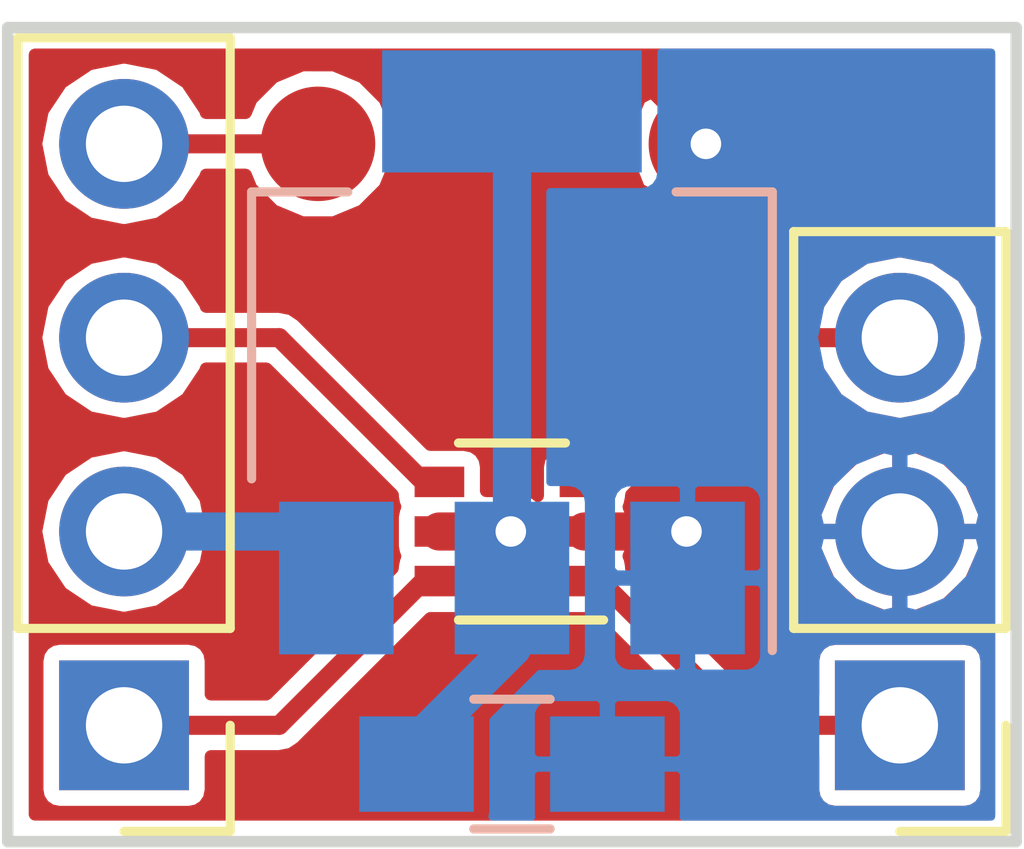
<source format=kicad_pcb>
(kicad_pcb (version 4) (host pcbnew 4.0.4-stable)

  (general
    (links 13)
    (no_connects 5)
    (area 121.966667 90.615 142.193334 105.065)
    (thickness 1.6)
    (drawings 4)
    (tracks 25)
    (zones 0)
    (modules 7)
    (nets 9)
  )

  (page A4)
  (layers
    (0 F.Cu signal)
    (31 B.Cu signal)
    (32 B.Adhes user)
    (33 F.Adhes user)
    (34 B.Paste user)
    (35 F.Paste user)
    (36 B.SilkS user)
    (37 F.SilkS user)
    (38 B.Mask user)
    (39 F.Mask user)
    (40 Dwgs.User user)
    (41 Cmts.User user)
    (42 Eco1.User user)
    (43 Eco2.User user)
    (44 Edge.Cuts user)
    (45 Margin user)
    (46 B.CrtYd user)
    (47 F.CrtYd user)
    (48 B.Fab user)
    (49 F.Fab user)
  )

  (setup
    (last_trace_width 0.5)
    (user_trace_width 0.5)
    (user_trace_width 0.8)
    (user_trace_width 1)
    (trace_clearance 0.2)
    (zone_clearance 0.2)
    (zone_45_only no)
    (trace_min 0.2)
    (segment_width 0.2)
    (edge_width 0.15)
    (via_size 0.6)
    (via_drill 0.4)
    (via_min_size 0.4)
    (via_min_drill 0.3)
    (uvia_size 0.3)
    (uvia_drill 0.1)
    (uvias_allowed no)
    (uvia_min_size 0.2)
    (uvia_min_drill 0.1)
    (pcb_text_width 0.3)
    (pcb_text_size 1.5 1.5)
    (mod_edge_width 0.15)
    (mod_text_size 1 1)
    (mod_text_width 0.15)
    (pad_size 1.6 3.4)
    (pad_drill 0)
    (pad_to_mask_clearance 0.2)
    (aux_axis_origin 0 0)
    (visible_elements 7FFFFF7F)
    (pcbplotparams
      (layerselection 0x00030_80000001)
      (usegerberextensions false)
      (excludeedgelayer true)
      (linewidth 0.200000)
      (plotframeref false)
      (viasonmask false)
      (mode 1)
      (useauxorigin false)
      (hpglpennumber 1)
      (hpglpenspeed 20)
      (hpglpendiameter 15)
      (hpglpenoverlay 2)
      (psnegative false)
      (psa4output false)
      (plotreference true)
      (plotvalue true)
      (plotinvisibletext false)
      (padsonsilk false)
      (subtractmaskfromsilk false)
      (outputformat 1)
      (mirror false)
      (drillshape 1)
      (scaleselection 1)
      (outputdirectory ""))
  )

  (net 0 "")
  (net 1 VDD)
  (net 2 GND)
  (net 3 "Net-(P1-Pad1)")
  (net 4 "Net-(P1-Pad3)")
  (net 5 "Net-(P2-Pad1)")
  (net 6 "Net-(P2-Pad3)")
  (net 7 "Net-(P2-Pad4)")
  (net 8 VCC)

  (net_class Default "This is the default net class."
    (clearance 0.2)
    (trace_width 0.25)
    (via_dia 0.6)
    (via_drill 0.4)
    (uvia_dia 0.3)
    (uvia_drill 0.1)
    (add_net GND)
    (add_net "Net-(P1-Pad1)")
    (add_net "Net-(P1-Pad3)")
    (add_net "Net-(P2-Pad1)")
    (add_net "Net-(P2-Pad3)")
    (add_net "Net-(P2-Pad4)")
    (add_net VCC)
    (add_net VDD)
  )

  (module Capacitors_SMD:C_0805_HandSoldering (layer B.Cu) (tedit 58BC8885) (tstamp 58BC87BD)
    (at 132.08 102.108)
    (descr "Capacitor SMD 0805, hand soldering")
    (tags "capacitor 0805")
    (path /58BC827C)
    (attr smd)
    (fp_text reference C1 (at 0 1.75) (layer B.SilkS) hide
      (effects (font (size 1 1) (thickness 0.15)) (justify mirror))
    )
    (fp_text value C_Small (at 0 -1.75) (layer B.Fab) hide
      (effects (font (size 1 1) (thickness 0.15)) (justify mirror))
    )
    (fp_text user %R (at 0 1.75) (layer B.Fab) hide
      (effects (font (size 1 1) (thickness 0.15)) (justify mirror))
    )
    (fp_line (start -1 -0.62) (end -1 0.62) (layer B.Fab) (width 0.1))
    (fp_line (start 1 -0.62) (end -1 -0.62) (layer B.Fab) (width 0.1))
    (fp_line (start 1 0.62) (end 1 -0.62) (layer B.Fab) (width 0.1))
    (fp_line (start -1 0.62) (end 1 0.62) (layer B.Fab) (width 0.1))
    (fp_line (start 0.5 0.85) (end -0.5 0.85) (layer B.SilkS) (width 0.12))
    (fp_line (start -0.5 -0.85) (end 0.5 -0.85) (layer B.SilkS) (width 0.12))
    (fp_line (start -2.25 0.88) (end 2.25 0.88) (layer B.CrtYd) (width 0.05))
    (fp_line (start -2.25 0.88) (end -2.25 -0.87) (layer B.CrtYd) (width 0.05))
    (fp_line (start 2.25 -0.87) (end 2.25 0.88) (layer B.CrtYd) (width 0.05))
    (fp_line (start 2.25 -0.87) (end -2.25 -0.87) (layer B.CrtYd) (width 0.05))
    (pad 1 smd rect (at -1.25 0) (size 1.5 1.25) (layers B.Cu B.Paste B.Mask)
      (net 1 VDD))
    (pad 2 smd rect (at 1.25 0) (size 1.5 1.25) (layers B.Cu B.Paste B.Mask)
      (net 2 GND))
    (model Capacitors_SMD.3dshapes/C_0805.wrl
      (at (xyz 0 0 0))
      (scale (xyz 1 1 1))
      (rotate (xyz 0 0 0))
    )
  )

  (module Pin_Headers:Pin_Header_Straight_1x03_Pitch2.54mm (layer F.Cu) (tedit 58BC885D) (tstamp 58BC87C4)
    (at 137.16 101.6 180)
    (descr "Through hole straight pin header, 1x03, 2.54mm pitch, single row")
    (tags "Through hole pin header THT 1x03 2.54mm single row")
    (path /58BC7FB8)
    (fp_text reference P1 (at 0 -2.39 180) (layer F.SilkS) hide
      (effects (font (size 1 1) (thickness 0.15)))
    )
    (fp_text value CONN_01X03 (at 0 7.47 180) (layer F.Fab) hide
      (effects (font (size 1 1) (thickness 0.15)))
    )
    (fp_line (start -1.27 -1.27) (end -1.27 6.35) (layer F.Fab) (width 0.1))
    (fp_line (start -1.27 6.35) (end 1.27 6.35) (layer F.Fab) (width 0.1))
    (fp_line (start 1.27 6.35) (end 1.27 -1.27) (layer F.Fab) (width 0.1))
    (fp_line (start 1.27 -1.27) (end -1.27 -1.27) (layer F.Fab) (width 0.1))
    (fp_line (start -1.39 1.27) (end -1.39 6.47) (layer F.SilkS) (width 0.12))
    (fp_line (start -1.39 6.47) (end 1.39 6.47) (layer F.SilkS) (width 0.12))
    (fp_line (start 1.39 6.47) (end 1.39 1.27) (layer F.SilkS) (width 0.12))
    (fp_line (start 1.39 1.27) (end -1.39 1.27) (layer F.SilkS) (width 0.12))
    (fp_line (start -1.39 0) (end -1.39 -1.39) (layer F.SilkS) (width 0.12))
    (fp_line (start -1.39 -1.39) (end 0 -1.39) (layer F.SilkS) (width 0.12))
    (fp_line (start -1.6 -1.6) (end -1.6 6.6) (layer F.CrtYd) (width 0.05))
    (fp_line (start -1.6 6.6) (end 1.6 6.6) (layer F.CrtYd) (width 0.05))
    (fp_line (start 1.6 6.6) (end 1.6 -1.6) (layer F.CrtYd) (width 0.05))
    (fp_line (start 1.6 -1.6) (end -1.6 -1.6) (layer F.CrtYd) (width 0.05))
    (pad 1 thru_hole rect (at 0 0 180) (size 1.7 1.7) (drill 1) (layers *.Cu *.Mask)
      (net 3 "Net-(P1-Pad1)"))
    (pad 2 thru_hole oval (at 0 2.54 180) (size 1.7 1.7) (drill 1) (layers *.Cu *.Mask)
      (net 2 GND))
    (pad 3 thru_hole oval (at 0 5.08 180) (size 1.7 1.7) (drill 1) (layers *.Cu *.Mask)
      (net 4 "Net-(P1-Pad3)"))
    (model Pin_Headers.3dshapes/Pin_Header_Straight_1x03_Pitch2.54mm.wrl
      (at (xyz 0 -0.1 0))
      (scale (xyz 1 1 1))
      (rotate (xyz 0 0 90))
    )
  )

  (module Pin_Headers:Pin_Header_Straight_1x04_Pitch2.54mm (layer F.Cu) (tedit 58BC886D) (tstamp 58BC87CC)
    (at 127 101.6 180)
    (descr "Through hole straight pin header, 1x04, 2.54mm pitch, single row")
    (tags "Through hole pin header THT 1x04 2.54mm single row")
    (path /58BC80B3)
    (fp_text reference P2 (at 0 -2.39 180) (layer F.SilkS) hide
      (effects (font (size 1 1) (thickness 0.15)))
    )
    (fp_text value CONN_01X04 (at 0 10.01 180) (layer F.Fab) hide
      (effects (font (size 1 1) (thickness 0.15)))
    )
    (fp_line (start -1.27 -1.27) (end -1.27 8.89) (layer F.Fab) (width 0.1))
    (fp_line (start -1.27 8.89) (end 1.27 8.89) (layer F.Fab) (width 0.1))
    (fp_line (start 1.27 8.89) (end 1.27 -1.27) (layer F.Fab) (width 0.1))
    (fp_line (start 1.27 -1.27) (end -1.27 -1.27) (layer F.Fab) (width 0.1))
    (fp_line (start -1.39 1.27) (end -1.39 9.01) (layer F.SilkS) (width 0.12))
    (fp_line (start -1.39 9.01) (end 1.39 9.01) (layer F.SilkS) (width 0.12))
    (fp_line (start 1.39 9.01) (end 1.39 1.27) (layer F.SilkS) (width 0.12))
    (fp_line (start 1.39 1.27) (end -1.39 1.27) (layer F.SilkS) (width 0.12))
    (fp_line (start -1.39 0) (end -1.39 -1.39) (layer F.SilkS) (width 0.12))
    (fp_line (start -1.39 -1.39) (end 0 -1.39) (layer F.SilkS) (width 0.12))
    (fp_line (start -1.6 -1.6) (end -1.6 9.2) (layer F.CrtYd) (width 0.05))
    (fp_line (start -1.6 9.2) (end 1.6 9.2) (layer F.CrtYd) (width 0.05))
    (fp_line (start 1.6 9.2) (end 1.6 -1.6) (layer F.CrtYd) (width 0.05))
    (fp_line (start 1.6 -1.6) (end -1.6 -1.6) (layer F.CrtYd) (width 0.05))
    (pad 1 thru_hole rect (at 0 0 180) (size 1.7 1.7) (drill 1) (layers *.Cu *.Mask)
      (net 5 "Net-(P2-Pad1)"))
    (pad 2 thru_hole oval (at 0 2.54 180) (size 1.7 1.7) (drill 1) (layers *.Cu *.Mask)
      (net 8 VCC))
    (pad 3 thru_hole oval (at 0 5.08 180) (size 1.7 1.7) (drill 1) (layers *.Cu *.Mask)
      (net 6 "Net-(P2-Pad3)"))
    (pad 4 thru_hole oval (at 0 7.62 180) (size 1.7 1.7) (drill 1) (layers *.Cu *.Mask)
      (net 7 "Net-(P2-Pad4)"))
    (model Pin_Headers.3dshapes/Pin_Header_Straight_1x04_Pitch2.54mm.wrl
      (at (xyz 0 -0.15 0))
      (scale (xyz 1 1 1))
      (rotate (xyz 0 0 90))
    )
  )

  (module TO_SOT_Packages_SMD:SOT-223 (layer B.Cu) (tedit 58BC8B9A) (tstamp 58BC87D4)
    (at 132.08 96.52 90)
    (descr "module CMS SOT223 4 pins")
    (tags "CMS SOT")
    (path /58BC819D)
    (attr smd)
    (fp_text reference U1 (at 0 4.5 90) (layer B.SilkS) hide
      (effects (font (size 1 1) (thickness 0.15)) (justify mirror))
    )
    (fp_text value LM1117-2.5 (at 0 -4.5 90) (layer B.Fab) hide
      (effects (font (size 1 1) (thickness 0.15)) (justify mirror))
    )
    (fp_line (start -1.85 2.3) (end -0.8 3.35) (layer B.Fab) (width 0.1))
    (fp_line (start 1.91 -3.41) (end 1.91 -2.15) (layer B.SilkS) (width 0.12))
    (fp_line (start 1.91 3.41) (end 1.91 2.15) (layer B.SilkS) (width 0.12))
    (fp_line (start 4.4 3.6) (end -4.4 3.6) (layer B.CrtYd) (width 0.05))
    (fp_line (start 4.4 -3.6) (end 4.4 3.6) (layer B.CrtYd) (width 0.05))
    (fp_line (start -4.4 -3.6) (end 4.4 -3.6) (layer B.CrtYd) (width 0.05))
    (fp_line (start -4.4 3.6) (end -4.4 -3.6) (layer B.CrtYd) (width 0.05))
    (fp_line (start -1.85 2.3) (end -1.85 -3.35) (layer B.Fab) (width 0.1))
    (fp_line (start -1.85 -3.41) (end 1.91 -3.41) (layer B.SilkS) (width 0.12))
    (fp_line (start -0.8 3.35) (end 1.85 3.35) (layer B.Fab) (width 0.1))
    (fp_line (start -4.1 3.41) (end 1.91 3.41) (layer B.SilkS) (width 0.12))
    (fp_line (start -1.85 -3.35) (end 1.85 -3.35) (layer B.Fab) (width 0.1))
    (fp_line (start 1.85 3.35) (end 1.85 -3.35) (layer B.Fab) (width 0.1))
    (pad 4 smd rect (at 2.965 0 90) (size 1.6 3.4) (layers B.Cu B.Paste B.Mask)
      (net 1 VDD))
    (pad 2 smd rect (at -3.15 0 90) (size 2 1.5) (layers B.Cu B.Paste B.Mask)
      (net 1 VDD))
    (pad 3 smd rect (at -3.15 -2.3 90) (size 2 1.5) (layers B.Cu B.Paste B.Mask)
      (net 8 VCC))
    (pad 1 smd rect (at -3.15 2.3 90) (size 2 1.5) (layers B.Cu B.Paste B.Mask)
      (net 2 GND))
    (model TO_SOT_Packages_SMD.3dshapes/SOT-223.wrl
      (at (xyz 0 0 0))
      (scale (xyz 0.4 0.4 0.4))
      (rotate (xyz 0 0 90))
    )
  )

  (module TO_SOT_Packages_SMD:SOT-363_SC-70-6 (layer F.Cu) (tedit 58BC8867) (tstamp 58BC87DE)
    (at 132.08 99.06 180)
    (descr "SOT-363, SC-70-6")
    (path /58BC7ED5)
    (attr smd)
    (fp_text reference U2 (at 0 -2 180) (layer F.SilkS) hide
      (effects (font (size 1 1) (thickness 0.15)))
    )
    (fp_text value NC7WZ16 (at 0 2 180) (layer F.Fab) hide
      (effects (font (size 1 1) (thickness 0.15)))
    )
    (fp_line (start 0.7 -1.16) (end -1.2 -1.16) (layer F.SilkS) (width 0.12))
    (fp_line (start -0.7 1.16) (end 0.7 1.16) (layer F.SilkS) (width 0.12))
    (fp_line (start 1.6 1.4) (end 1.6 -1.4) (layer F.CrtYd) (width 0.05))
    (fp_line (start -1.6 -1.4) (end -1.6 1.4) (layer F.CrtYd) (width 0.05))
    (fp_line (start -1.6 -1.4) (end 1.6 -1.4) (layer F.CrtYd) (width 0.05))
    (fp_line (start 0.675 -1.1) (end -0.175 -1.1) (layer F.Fab) (width 0.1))
    (fp_line (start -0.675 -0.6) (end -0.675 1.1) (layer F.Fab) (width 0.1))
    (fp_line (start -1.6 1.4) (end 1.6 1.4) (layer F.CrtYd) (width 0.05))
    (fp_line (start 0.675 -1.1) (end 0.675 1.1) (layer F.Fab) (width 0.1))
    (fp_line (start 0.675 1.1) (end -0.675 1.1) (layer F.Fab) (width 0.1))
    (fp_line (start -0.175 -1.1) (end -0.675 -0.6) (layer F.Fab) (width 0.1))
    (pad 1 smd rect (at -0.95 -0.65 180) (size 0.65 0.4) (layers F.Cu F.Paste F.Mask)
      (net 3 "Net-(P1-Pad1)"))
    (pad 3 smd rect (at -0.95 0.65 180) (size 0.65 0.4) (layers F.Cu F.Paste F.Mask)
      (net 4 "Net-(P1-Pad3)"))
    (pad 5 smd rect (at 0.95 0 180) (size 0.65 0.4) (layers F.Cu F.Paste F.Mask)
      (net 1 VDD))
    (pad 2 smd rect (at -0.95 0 180) (size 0.65 0.4) (layers F.Cu F.Paste F.Mask)
      (net 2 GND))
    (pad 4 smd rect (at 0.95 0.65 180) (size 0.65 0.4) (layers F.Cu F.Paste F.Mask)
      (net 6 "Net-(P2-Pad3)"))
    (pad 6 smd rect (at 0.95 -0.65 180) (size 0.65 0.4) (layers F.Cu F.Paste F.Mask)
      (net 5 "Net-(P2-Pad1)"))
  )

  (module Measurement_Points:Measurement_Point_Round-SMD-Pad_Small (layer F.Cu) (tedit 58BC8870) (tstamp 58BC87E3)
    (at 129.54 93.98)
    (descr "Mesurement Point, Round, SMD Pad, DM 1.5mm,")
    (tags "Mesurement Point Round SMD Pad 1.5mm")
    (path /58BC8821)
    (attr virtual)
    (fp_text reference W1 (at 0 -2) (layer F.SilkS) hide
      (effects (font (size 1 1) (thickness 0.15)))
    )
    (fp_text value MIC (at 2.54 0) (layer F.Fab)
      (effects (font (size 1 1) (thickness 0.15)))
    )
    (fp_circle (center 0 0) (end 1 0) (layer F.CrtYd) (width 0.05))
    (pad 1 smd circle (at 0 0) (size 1.5 1.5) (layers F.Cu F.Mask)
      (net 7 "Net-(P2-Pad4)"))
  )

  (module Measurement_Points:Measurement_Point_Round-SMD-Pad_Small (layer F.Cu) (tedit 58BC887A) (tstamp 58BC87E8)
    (at 134.62 93.98)
    (descr "Mesurement Point, Round, SMD Pad, DM 1.5mm,")
    (tags "Mesurement Point Round SMD Pad 1.5mm")
    (path /58BC8914)
    (attr virtual)
    (fp_text reference W2 (at 0 -2) (layer F.SilkS) hide
      (effects (font (size 1 1) (thickness 0.15)))
    )
    (fp_text value GND (at 2.54 0) (layer F.Fab)
      (effects (font (size 1 1) (thickness 0.15)))
    )
    (fp_circle (center 0 0) (end 1 0) (layer F.CrtYd) (width 0.05))
    (pad 1 smd circle (at 0 0) (size 1.5 1.5) (layers F.Cu F.Mask)
      (net 2 GND))
  )

  (gr_line (start 125.476 103.124) (end 125.476 92.456) (layer Edge.Cuts) (width 0.15))
  (gr_line (start 138.684 103.124) (end 125.476 103.124) (layer Edge.Cuts) (width 0.15))
  (gr_line (start 138.684 92.456) (end 138.684 103.124) (layer Edge.Cuts) (width 0.15))
  (gr_line (start 125.476 92.456) (end 138.684 92.456) (layer Edge.Cuts) (width 0.15))

  (via (at 132.065 99.06) (size 0.6) (drill 0.4) (layers F.Cu B.Cu) (net 1))
  (segment (start 131.13 99.06) (end 132.065 99.06) (width 0.5) (layer F.Cu) (net 1))
  (segment (start 132.08 97.536) (end 132.08 93.555) (width 0.5) (layer B.Cu) (net 1))
  (segment (start 130.83 101.834) (end 132.08 100.584) (width 0.5) (layer B.Cu) (net 1))
  (segment (start 132.08 100.584) (end 132.08 99.67) (width 0.5) (layer B.Cu) (net 1))
  (segment (start 130.83 102.108) (end 130.83 101.834) (width 0.5) (layer B.Cu) (net 1))
  (segment (start 132.08 99.67) (end 132.08 97.536) (width 0.5) (layer B.Cu) (net 1))
  (via (at 134.62 93.98) (size 0.6) (drill 0.4) (layers F.Cu B.Cu) (net 2))
  (via (at 134.366 99.06) (size 0.6) (drill 0.4) (layers F.Cu B.Cu) (net 2))
  (segment (start 133.03 99.06) (end 134.366 99.06) (width 0.5) (layer F.Cu) (net 2))
  (segment (start 133.238 99.71) (end 135.128 101.6) (width 0.25) (layer F.Cu) (net 3))
  (segment (start 135.128 101.6) (end 137.16 101.6) (width 0.25) (layer F.Cu) (net 3))
  (segment (start 133.03 99.71) (end 133.238 99.71) (width 0.25) (layer F.Cu) (net 3))
  (segment (start 133.238 98.41) (end 135.128 96.52) (width 0.25) (layer F.Cu) (net 4))
  (segment (start 135.128 96.52) (end 137.16 96.52) (width 0.25) (layer F.Cu) (net 4))
  (segment (start 133.03 98.41) (end 133.238 98.41) (width 0.25) (layer F.Cu) (net 4))
  (segment (start 130.922 99.71) (end 129.032 101.6) (width 0.25) (layer F.Cu) (net 5))
  (segment (start 129.032 101.6) (end 127 101.6) (width 0.25) (layer F.Cu) (net 5))
  (segment (start 131.13 99.71) (end 130.922 99.71) (width 0.25) (layer F.Cu) (net 5))
  (segment (start 130.922 98.41) (end 129.032 96.52) (width 0.25) (layer F.Cu) (net 6))
  (segment (start 129.032 96.52) (end 127 96.52) (width 0.25) (layer F.Cu) (net 6))
  (segment (start 131.13 98.41) (end 130.922 98.41) (width 0.25) (layer F.Cu) (net 6))
  (segment (start 127 93.98) (end 129.54 93.98) (width 0.25) (layer F.Cu) (net 7))
  (segment (start 127 99.06) (end 129.17 99.06) (width 0.5) (layer B.Cu) (net 8))
  (segment (start 129.17 99.06) (end 129.78 99.67) (width 0.5) (layer B.Cu) (net 8))

  (zone (net 2) (net_name GND) (layer F.Cu) (tstamp 0) (hatch edge 0.508)
    (connect_pads (clearance 0.2))
    (min_thickness 0.16)
    (fill yes (arc_segments 16) (thermal_gap 0.2) (thermal_bridge_width 0.2))
    (polygon
      (pts
        (xy 125.476 92.456) (xy 138.684 92.456) (xy 138.684 103.124) (xy 125.476 103.124)
      )
    )
    (filled_polygon
      (pts
        (xy 138.329 102.769) (xy 125.831 102.769) (xy 125.831 99.06) (xy 125.847862 99.06) (xy 125.933878 99.492432)
        (xy 126.178831 99.859031) (xy 126.54543 100.103984) (xy 126.977862 100.19) (xy 127.022138 100.19) (xy 127.45457 100.103984)
        (xy 127.821169 99.859031) (xy 128.066122 99.492432) (xy 128.152138 99.06) (xy 128.066122 98.627568) (xy 127.821169 98.260969)
        (xy 127.45457 98.016016) (xy 127.022138 97.93) (xy 126.977862 97.93) (xy 126.54543 98.016016) (xy 126.178831 98.260969)
        (xy 125.933878 98.627568) (xy 125.847862 99.06) (xy 125.831 99.06) (xy 125.831 96.52) (xy 125.847862 96.52)
        (xy 125.933878 96.952432) (xy 126.178831 97.319031) (xy 126.54543 97.563984) (xy 126.977862 97.65) (xy 127.022138 97.65)
        (xy 127.45457 97.563984) (xy 127.821169 97.319031) (xy 128.066122 96.952432) (xy 128.071579 96.925) (xy 128.864244 96.925)
        (xy 130.519515 98.580272) (xy 130.519515 98.61) (xy 130.539039 98.713762) (xy 130.552133 98.73411) (xy 130.542007 98.74893)
        (xy 130.519515 98.86) (xy 130.519515 99.26) (xy 130.539039 99.363762) (xy 130.552133 99.38411) (xy 130.542007 99.39893)
        (xy 130.519515 99.51) (xy 130.519515 99.539728) (xy 128.864244 101.195) (xy 128.135485 101.195) (xy 128.135485 100.75)
        (xy 128.115961 100.646238) (xy 128.054638 100.55094) (xy 127.96107 100.487007) (xy 127.85 100.464515) (xy 126.15 100.464515)
        (xy 126.046238 100.484039) (xy 125.95094 100.545362) (xy 125.887007 100.63893) (xy 125.864515 100.75) (xy 125.864515 102.45)
        (xy 125.884039 102.553762) (xy 125.945362 102.64906) (xy 126.03893 102.712993) (xy 126.15 102.735485) (xy 127.85 102.735485)
        (xy 127.953762 102.715961) (xy 128.04906 102.654638) (xy 128.112993 102.56107) (xy 128.135485 102.45) (xy 128.135485 102.005)
        (xy 129.032 102.005) (xy 129.186987 101.974171) (xy 129.318378 101.886378) (xy 131.009272 100.195485) (xy 131.455 100.195485)
        (xy 131.558762 100.175961) (xy 131.65406 100.114638) (xy 131.717993 100.02107) (xy 131.740485 99.91) (xy 131.740485 99.59)
        (xy 131.828955 99.59) (xy 131.949125 99.639899) (xy 132.179863 99.640101) (xy 132.393114 99.551987) (xy 132.419515 99.525632)
        (xy 132.419515 99.91) (xy 132.439039 100.013762) (xy 132.500362 100.10906) (xy 132.59393 100.172993) (xy 132.705 100.195485)
        (xy 133.150729 100.195485) (xy 134.841622 101.886379) (xy 134.920386 101.939006) (xy 134.973013 101.974171) (xy 135.128 102.005)
        (xy 136.024515 102.005) (xy 136.024515 102.45) (xy 136.044039 102.553762) (xy 136.105362 102.64906) (xy 136.19893 102.712993)
        (xy 136.31 102.735485) (xy 138.01 102.735485) (xy 138.113762 102.715961) (xy 138.20906 102.654638) (xy 138.272993 102.56107)
        (xy 138.295485 102.45) (xy 138.295485 100.75) (xy 138.275961 100.646238) (xy 138.214638 100.55094) (xy 138.12107 100.487007)
        (xy 138.01 100.464515) (xy 136.31 100.464515) (xy 136.206238 100.484039) (xy 136.11094 100.545362) (xy 136.047007 100.63893)
        (xy 136.024515 100.75) (xy 136.024515 101.195) (xy 135.295757 101.195) (xy 133.640485 99.539729) (xy 133.640485 99.51)
        (xy 133.620961 99.406238) (xy 133.606685 99.384053) (xy 133.635 99.315695) (xy 133.635 99.256497) (xy 136.047216 99.256497)
        (xy 136.056724 99.304305) (xy 136.234197 99.707914) (xy 136.552616 100.012884) (xy 136.963503 100.172786) (xy 137.14 100.119825)
        (xy 137.14 99.08) (xy 137.18 99.08) (xy 137.18 100.119825) (xy 137.356497 100.172786) (xy 137.767384 100.012884)
        (xy 138.085803 99.707914) (xy 138.263276 99.304305) (xy 138.272784 99.256497) (xy 138.219811 99.08) (xy 137.18 99.08)
        (xy 137.14 99.08) (xy 136.100189 99.08) (xy 136.047216 99.256497) (xy 133.635 99.256497) (xy 133.635 99.15)
        (xy 133.565 99.08) (xy 133.05 99.08) (xy 133.05 99.1) (xy 133.01 99.1) (xy 133.01 99.08)
        (xy 132.99 99.08) (xy 132.99 99.04) (xy 133.01 99.04) (xy 133.01 99.02) (xy 133.05 99.02)
        (xy 133.05 99.04) (xy 133.565 99.04) (xy 133.635 98.97) (xy 133.635 98.863503) (xy 136.047216 98.863503)
        (xy 136.100189 99.04) (xy 137.14 99.04) (xy 137.14 98.000175) (xy 137.18 98.000175) (xy 137.18 99.04)
        (xy 138.219811 99.04) (xy 138.272784 98.863503) (xy 138.263276 98.815695) (xy 138.085803 98.412086) (xy 137.767384 98.107116)
        (xy 137.356497 97.947214) (xy 137.18 98.000175) (xy 137.14 98.000175) (xy 136.963503 97.947214) (xy 136.552616 98.107116)
        (xy 136.234197 98.412086) (xy 136.056724 98.815695) (xy 136.047216 98.863503) (xy 133.635 98.863503) (xy 133.635 98.804305)
        (xy 133.607117 98.736988) (xy 133.617993 98.72107) (xy 133.640485 98.61) (xy 133.640485 98.580271) (xy 135.295757 96.925)
        (xy 136.088421 96.925) (xy 136.093878 96.952432) (xy 136.338831 97.319031) (xy 136.70543 97.563984) (xy 137.137862 97.65)
        (xy 137.182138 97.65) (xy 137.61457 97.563984) (xy 137.981169 97.319031) (xy 138.226122 96.952432) (xy 138.312138 96.52)
        (xy 138.226122 96.087568) (xy 137.981169 95.720969) (xy 137.61457 95.476016) (xy 137.182138 95.39) (xy 137.137862 95.39)
        (xy 136.70543 95.476016) (xy 136.338831 95.720969) (xy 136.093878 96.087568) (xy 136.088421 96.115) (xy 135.128 96.115)
        (xy 134.973013 96.145829) (xy 134.920386 96.180994) (xy 134.841622 96.233621) (xy 133.150729 97.924515) (xy 132.705 97.924515)
        (xy 132.601238 97.944039) (xy 132.50594 98.005362) (xy 132.442007 98.09893) (xy 132.419515 98.21) (xy 132.419515 98.594174)
        (xy 132.393973 98.568587) (xy 132.180875 98.480101) (xy 131.950137 98.479899) (xy 131.828884 98.53) (xy 131.740485 98.53)
        (xy 131.740485 98.21) (xy 131.720961 98.106238) (xy 131.659638 98.01094) (xy 131.56607 97.947007) (xy 131.455 97.924515)
        (xy 131.009272 97.924515) (xy 129.318378 96.233622) (xy 129.318377 96.233621) (xy 129.186987 96.145829) (xy 129.032 96.115)
        (xy 128.071579 96.115) (xy 128.066122 96.087568) (xy 127.821169 95.720969) (xy 127.45457 95.476016) (xy 127.022138 95.39)
        (xy 126.977862 95.39) (xy 126.54543 95.476016) (xy 126.178831 95.720969) (xy 125.933878 96.087568) (xy 125.847862 96.52)
        (xy 125.831 96.52) (xy 125.831 93.98) (xy 125.847862 93.98) (xy 125.933878 94.412432) (xy 126.178831 94.779031)
        (xy 126.54543 95.023984) (xy 126.977862 95.11) (xy 127.022138 95.11) (xy 127.45457 95.023984) (xy 127.821169 94.779031)
        (xy 128.066122 94.412432) (xy 128.071579 94.385) (xy 128.592881 94.385) (xy 128.666299 94.562686) (xy 128.95579 94.852682)
        (xy 129.334221 95.009821) (xy 129.743981 95.010179) (xy 130.122686 94.853701) (xy 130.289588 94.687089) (xy 133.941195 94.687089)
        (xy 134.019012 94.841214) (xy 134.394332 95.005646) (xy 134.804008 95.013933) (xy 135.18567 94.864813) (xy 135.220988 94.841214)
        (xy 135.298805 94.687089) (xy 134.62 94.008284) (xy 133.941195 94.687089) (xy 130.289588 94.687089) (xy 130.412682 94.56421)
        (xy 130.569821 94.185779) (xy 130.56984 94.164008) (xy 133.586067 94.164008) (xy 133.735187 94.54567) (xy 133.758786 94.580988)
        (xy 133.912911 94.658805) (xy 134.591716 93.98) (xy 134.648284 93.98) (xy 135.327089 94.658805) (xy 135.481214 94.580988)
        (xy 135.645646 94.205668) (xy 135.653933 93.795992) (xy 135.504813 93.41433) (xy 135.481214 93.379012) (xy 135.327089 93.301195)
        (xy 134.648284 93.98) (xy 134.591716 93.98) (xy 133.912911 93.301195) (xy 133.758786 93.379012) (xy 133.594354 93.754332)
        (xy 133.586067 94.164008) (xy 130.56984 94.164008) (xy 130.570179 93.776019) (xy 130.413701 93.397314) (xy 130.289515 93.272911)
        (xy 133.941195 93.272911) (xy 134.62 93.951716) (xy 135.298805 93.272911) (xy 135.220988 93.118786) (xy 134.845668 92.954354)
        (xy 134.435992 92.946067) (xy 134.05433 93.095187) (xy 134.019012 93.118786) (xy 133.941195 93.272911) (xy 130.289515 93.272911)
        (xy 130.12421 93.107318) (xy 129.745779 92.950179) (xy 129.336019 92.949821) (xy 128.957314 93.106299) (xy 128.667318 93.39579)
        (xy 128.592903 93.575) (xy 128.071579 93.575) (xy 128.066122 93.547568) (xy 127.821169 93.180969) (xy 127.45457 92.936016)
        (xy 127.022138 92.85) (xy 126.977862 92.85) (xy 126.54543 92.936016) (xy 126.178831 93.180969) (xy 125.933878 93.547568)
        (xy 125.847862 93.98) (xy 125.831 93.98) (xy 125.831 92.811) (xy 138.329 92.811)
      )
    )
  )
  (zone (net 2) (net_name GND) (layer B.Cu) (tstamp 0) (hatch edge 0.508)
    (connect_pads (clearance 0.2))
    (min_thickness 0.1)
    (fill yes (arc_segments 16) (thermal_gap 0.2) (thermal_bridge_width 0.2))
    (polygon
      (pts
        (xy 125.476 92.456) (xy 138.684 92.456) (xy 138.684 103.124) (xy 125.476 103.124)
      )
    )
    (filled_polygon
      (pts
        (xy 138.359 102.799) (xy 134.32326 102.799) (xy 134.33 102.782728) (xy 134.33 102.2205) (xy 134.2675 102.158)
        (xy 133.38 102.158) (xy 133.38 102.178) (xy 133.28 102.178) (xy 133.28 102.158) (xy 132.3925 102.158)
        (xy 132.33 102.2205) (xy 132.33 102.782728) (xy 132.33674 102.799) (xy 131.821532 102.799) (xy 131.834897 102.733)
        (xy 131.834897 101.536209) (xy 131.937834 101.433272) (xy 132.33 101.433272) (xy 132.33 101.9955) (xy 132.3925 102.058)
        (xy 133.28 102.058) (xy 133.28 101.2955) (xy 133.38 101.2955) (xy 133.38 102.058) (xy 134.2675 102.058)
        (xy 134.33 101.9955) (xy 134.33 101.433272) (xy 134.29194 101.341386) (xy 134.221614 101.27106) (xy 134.129728 101.233)
        (xy 133.4425 101.233) (xy 133.38 101.2955) (xy 133.28 101.2955) (xy 133.2175 101.233) (xy 132.530272 101.233)
        (xy 132.438386 101.27106) (xy 132.36806 101.341386) (xy 132.33 101.433272) (xy 131.937834 101.433272) (xy 132.433553 100.937553)
        (xy 132.44201 100.924897) (xy 132.83 100.924897) (xy 132.922644 100.907465) (xy 133.007732 100.852712) (xy 133.064815 100.769169)
        (xy 133.084897 100.67) (xy 133.084897 99.7825) (xy 133.38 99.7825) (xy 133.38 100.719728) (xy 133.41806 100.811614)
        (xy 133.488386 100.88194) (xy 133.580272 100.92) (xy 134.2675 100.92) (xy 134.33 100.8575) (xy 134.33 99.72)
        (xy 134.43 99.72) (xy 134.43 100.8575) (xy 134.4925 100.92) (xy 135.179728 100.92) (xy 135.271614 100.88194)
        (xy 135.34194 100.811614) (xy 135.367461 100.75) (xy 136.055103 100.75) (xy 136.055103 102.45) (xy 136.072535 102.542644)
        (xy 136.127288 102.627732) (xy 136.210831 102.684815) (xy 136.31 102.704897) (xy 138.01 102.704897) (xy 138.102644 102.687465)
        (xy 138.187732 102.632712) (xy 138.244815 102.549169) (xy 138.264897 102.45) (xy 138.264897 100.75) (xy 138.247465 100.657356)
        (xy 138.192712 100.572268) (xy 138.109169 100.515185) (xy 138.01 100.495103) (xy 136.31 100.495103) (xy 136.217356 100.512535)
        (xy 136.132268 100.567288) (xy 136.075185 100.650831) (xy 136.055103 100.75) (xy 135.367461 100.75) (xy 135.38 100.719728)
        (xy 135.38 99.7825) (xy 135.3175 99.72) (xy 134.43 99.72) (xy 134.33 99.72) (xy 133.4425 99.72)
        (xy 133.38 99.7825) (xy 133.084897 99.7825) (xy 133.084897 98.67) (xy 133.075541 98.620272) (xy 133.38 98.620272)
        (xy 133.38 99.5575) (xy 133.4425 99.62) (xy 134.33 99.62) (xy 134.33 98.4825) (xy 134.43 98.4825)
        (xy 134.43 99.62) (xy 135.3175 99.62) (xy 135.38 99.5575) (xy 135.38 99.281284) (xy 136.082488 99.281284)
        (xy 136.241608 99.665447) (xy 136.543211 99.970814) (xy 136.938715 100.137517) (xy 137.11 100.096368) (xy 137.11 99.11)
        (xy 137.21 99.11) (xy 137.21 100.096368) (xy 137.381285 100.137517) (xy 137.776789 99.970814) (xy 138.078392 99.665447)
        (xy 138.237512 99.281284) (xy 138.196294 99.11) (xy 137.21 99.11) (xy 137.11 99.11) (xy 136.123706 99.11)
        (xy 136.082488 99.281284) (xy 135.38 99.281284) (xy 135.38 98.838716) (xy 136.082488 98.838716) (xy 136.123706 99.01)
        (xy 137.11 99.01) (xy 137.11 98.023632) (xy 137.21 98.023632) (xy 137.21 99.01) (xy 138.196294 99.01)
        (xy 138.237512 98.838716) (xy 138.078392 98.454553) (xy 137.776789 98.149186) (xy 137.381285 97.982483) (xy 137.21 98.023632)
        (xy 137.11 98.023632) (xy 136.938715 97.982483) (xy 136.543211 98.149186) (xy 136.241608 98.454553) (xy 136.082488 98.838716)
        (xy 135.38 98.838716) (xy 135.38 98.620272) (xy 135.34194 98.528386) (xy 135.271614 98.45806) (xy 135.179728 98.42)
        (xy 134.4925 98.42) (xy 134.43 98.4825) (xy 134.33 98.4825) (xy 134.2675 98.42) (xy 133.580272 98.42)
        (xy 133.488386 98.45806) (xy 133.41806 98.528386) (xy 133.38 98.620272) (xy 133.075541 98.620272) (xy 133.067465 98.577356)
        (xy 133.012712 98.492268) (xy 132.929169 98.435185) (xy 132.83 98.415103) (xy 132.58 98.415103) (xy 132.58 96.52)
        (xy 136.03845 96.52) (xy 136.122183 96.940952) (xy 136.360633 97.297817) (xy 136.717498 97.536267) (xy 137.13845 97.62)
        (xy 137.18155 97.62) (xy 137.602502 97.536267) (xy 137.959367 97.297817) (xy 138.197817 96.940952) (xy 138.28155 96.52)
        (xy 138.197817 96.099048) (xy 137.959367 95.742183) (xy 137.602502 95.503733) (xy 137.18155 95.42) (xy 137.13845 95.42)
        (xy 136.717498 95.503733) (xy 136.360633 95.742183) (xy 136.122183 96.099048) (xy 136.03845 96.52) (xy 132.58 96.52)
        (xy 132.58 94.609897) (xy 133.78 94.609897) (xy 133.872644 94.592465) (xy 133.957732 94.537712) (xy 134.014815 94.454169)
        (xy 134.034897 94.355) (xy 134.034897 92.781) (xy 138.359 92.781)
      )
    )
  )
)

</source>
